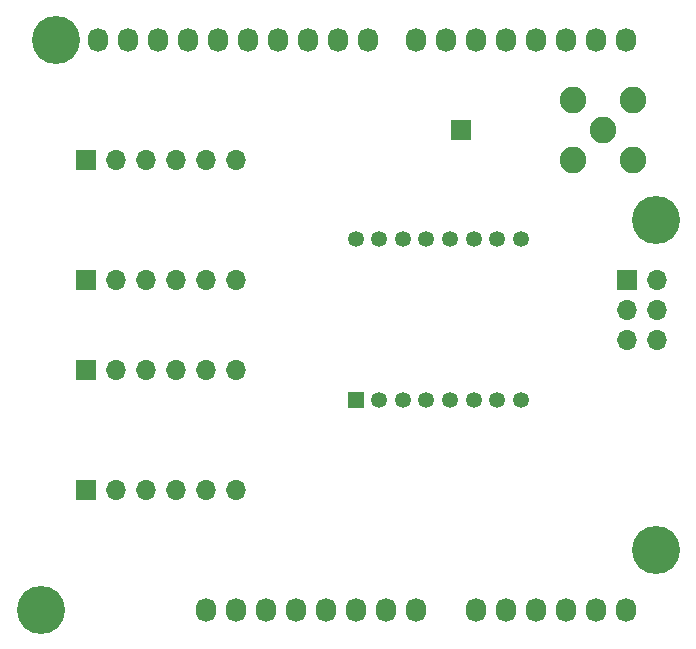
<source format=gbr>
%TF.GenerationSoftware,KiCad,Pcbnew,5.1.9+dfsg1-1+deb11u1*%
%TF.CreationDate,2023-06-15T15:49:45+02:00*%
%TF.ProjectId,LoRa_Uno,4c6f5261-5f55-46e6-9f2e-6b696361645f,rev?*%
%TF.SameCoordinates,Original*%
%TF.FileFunction,Soldermask,Bot*%
%TF.FilePolarity,Negative*%
%FSLAX46Y46*%
G04 Gerber Fmt 4.6, Leading zero omitted, Abs format (unit mm)*
G04 Created by KiCad (PCBNEW 5.1.9+dfsg1-1+deb11u1) date 2023-06-15 15:49:45*
%MOMM*%
%LPD*%
G01*
G04 APERTURE LIST*
%ADD10R,1.700000X1.700000*%
%ADD11C,2.250000*%
%ADD12C,1.350000*%
%ADD13R,1.350000X1.350000*%
%ADD14O,1.700000X1.700000*%
%ADD15O,1.727200X2.032000*%
%ADD16C,4.064000*%
G04 APERTURE END LIST*
D10*
%TO.C,P9*%
X149098000Y-83185000D03*
%TD*%
D11*
%TO.C,J1*%
X158623000Y-80645000D03*
X163703000Y-80645000D03*
X163703000Y-85725000D03*
X158623000Y-85725000D03*
X161163000Y-83185000D03*
%TD*%
D12*
%TO.C,U1*%
X140208000Y-92445000D03*
X142208000Y-92445000D03*
X144208000Y-92445000D03*
X146208000Y-92445000D03*
X148208000Y-92445000D03*
X150208000Y-92445000D03*
X152208000Y-92445000D03*
X154208000Y-92445000D03*
X154208000Y-106045000D03*
X152208000Y-106045000D03*
X150208000Y-106045000D03*
X148208000Y-106045000D03*
X146208000Y-106045000D03*
X144208000Y-106045000D03*
X142208000Y-106045000D03*
D13*
X140208000Y-106045000D03*
%TD*%
D14*
%TO.C,J7*%
X165735000Y-100965000D03*
X163195000Y-100965000D03*
X165735000Y-98425000D03*
X163195000Y-98425000D03*
X165735000Y-95885000D03*
D10*
X163195000Y-95885000D03*
%TD*%
D15*
%TO.C,P1*%
X127508000Y-123825000D03*
X130048000Y-123825000D03*
X132588000Y-123825000D03*
X135128000Y-123825000D03*
X137668000Y-123825000D03*
X140208000Y-123825000D03*
X142748000Y-123825000D03*
X145288000Y-123825000D03*
%TD*%
%TO.C,P2*%
X150368000Y-123825000D03*
X152908000Y-123825000D03*
X155448000Y-123825000D03*
X157988000Y-123825000D03*
X160528000Y-123825000D03*
X163068000Y-123825000D03*
%TD*%
%TO.C,P3*%
X118364000Y-75565000D03*
X120904000Y-75565000D03*
X123444000Y-75565000D03*
X125984000Y-75565000D03*
X128524000Y-75565000D03*
X131064000Y-75565000D03*
X133604000Y-75565000D03*
X136144000Y-75565000D03*
X138684000Y-75565000D03*
X141224000Y-75565000D03*
%TD*%
%TO.C,P4*%
X145288000Y-75565000D03*
X147828000Y-75565000D03*
X150368000Y-75565000D03*
X152908000Y-75565000D03*
X155448000Y-75565000D03*
X157988000Y-75565000D03*
X160528000Y-75565000D03*
X163068000Y-75565000D03*
%TD*%
D16*
%TO.C,P5*%
X113538000Y-123825000D03*
%TD*%
%TO.C,P6*%
X165608000Y-118745000D03*
%TD*%
%TO.C,P7*%
X114808000Y-75565000D03*
%TD*%
%TO.C,P8*%
X165608000Y-90805000D03*
%TD*%
D10*
%TO.C,J2*%
X117348000Y-95885000D03*
D14*
X119888000Y-95885000D03*
X122428000Y-95885000D03*
X124968000Y-95885000D03*
X127508000Y-95885000D03*
X130048000Y-95885000D03*
%TD*%
%TO.C,J3*%
X130048000Y-113665000D03*
X127508000Y-113665000D03*
X124968000Y-113665000D03*
X122428000Y-113665000D03*
X119888000Y-113665000D03*
D10*
X117348000Y-113665000D03*
%TD*%
%TO.C,J5*%
X117348000Y-85725000D03*
D14*
X119888000Y-85725000D03*
X122428000Y-85725000D03*
X124968000Y-85725000D03*
X127508000Y-85725000D03*
X130048000Y-85725000D03*
%TD*%
%TO.C,J6*%
X130048000Y-103505000D03*
X127508000Y-103505000D03*
X124968000Y-103505000D03*
X122428000Y-103505000D03*
X119888000Y-103505000D03*
D10*
X117348000Y-103505000D03*
%TD*%
M02*

</source>
